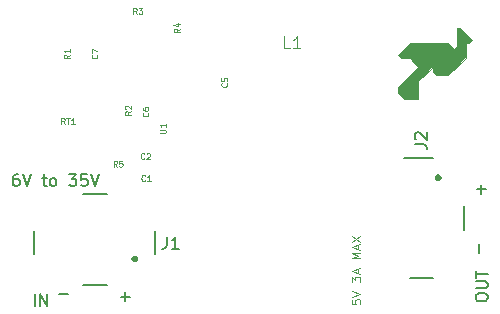
<source format=gbr>
%TF.GenerationSoftware,KiCad,Pcbnew,9.0.2-9.0.2-0~ubuntu22.04.1*%
%TF.CreationDate,2025-06-24T18:02:21-04:00*%
%TF.ProjectId,6-13-2025_BuckConverter,362d3133-2d32-4303-9235-5f4275636b43,rev?*%
%TF.SameCoordinates,Original*%
%TF.FileFunction,Legend,Top*%
%TF.FilePolarity,Positive*%
%FSLAX46Y46*%
G04 Gerber Fmt 4.6, Leading zero omitted, Abs format (unit mm)*
G04 Created by KiCad (PCBNEW 9.0.2-9.0.2-0~ubuntu22.04.1) date 2025-06-24 18:02:21*
%MOMM*%
%LPD*%
G01*
G04 APERTURE LIST*
%ADD10C,0.062500*%
%ADD11C,0.150000*%
%ADD12C,0.100000*%
%ADD13C,0.093750*%
%ADD14C,0.200000*%
%ADD15C,0.400000*%
G04 APERTURE END LIST*
D10*
X141250000Y-53750000D02*
X141000000Y-54000000D01*
X140750000Y-54000000D01*
X140750000Y-55250000D01*
X139250000Y-56750000D01*
X138250000Y-56750000D01*
X138000000Y-56500000D01*
X138000000Y-56250000D01*
X138000000Y-56000000D01*
X136750000Y-57250000D01*
X136750000Y-58750000D01*
X135500000Y-58750000D01*
X135000000Y-58250000D01*
X135000000Y-57750000D01*
X136750000Y-56000000D01*
X136000000Y-55250000D01*
X135250000Y-55250000D01*
X135000000Y-55000000D01*
X136000000Y-54000000D01*
X139250000Y-54000000D01*
X139750000Y-54500000D01*
X140000000Y-54250000D01*
X140000000Y-52750000D01*
X140250000Y-52750000D01*
X141250000Y-53750000D01*
G36*
X141250000Y-53750000D02*
G01*
X141000000Y-54000000D01*
X140750000Y-54000000D01*
X140750000Y-55250000D01*
X139250000Y-56750000D01*
X138250000Y-56750000D01*
X138000000Y-56500000D01*
X138000000Y-56250000D01*
X138000000Y-56000000D01*
X136750000Y-57250000D01*
X136750000Y-58750000D01*
X135500000Y-58750000D01*
X135000000Y-58250000D01*
X135000000Y-57750000D01*
X136750000Y-56000000D01*
X136000000Y-55250000D01*
X135250000Y-55250000D01*
X135000000Y-55000000D01*
X136000000Y-54000000D01*
X139250000Y-54000000D01*
X139750000Y-54500000D01*
X140000000Y-54250000D01*
X140000000Y-52750000D01*
X140250000Y-52750000D01*
X141250000Y-53750000D01*
G37*
D11*
X104271779Y-76244819D02*
X104271779Y-75244819D01*
X104747969Y-76244819D02*
X104747969Y-75244819D01*
X104747969Y-75244819D02*
X105319397Y-76244819D01*
X105319397Y-76244819D02*
X105319397Y-75244819D01*
X141883866Y-71828220D02*
X141883866Y-71066316D01*
X141671779Y-66383866D02*
X142433684Y-66383866D01*
X142052731Y-66764819D02*
X142052731Y-66002914D01*
X106321779Y-75253866D02*
X107083684Y-75253866D01*
X111551779Y-75493866D02*
X112313684Y-75493866D01*
X111932731Y-75874819D02*
X111932731Y-75112914D01*
X141604819Y-75627744D02*
X141604819Y-75437268D01*
X141604819Y-75437268D02*
X141652438Y-75342030D01*
X141652438Y-75342030D02*
X141747676Y-75246792D01*
X141747676Y-75246792D02*
X141938152Y-75199173D01*
X141938152Y-75199173D02*
X142271485Y-75199173D01*
X142271485Y-75199173D02*
X142461961Y-75246792D01*
X142461961Y-75246792D02*
X142557200Y-75342030D01*
X142557200Y-75342030D02*
X142604819Y-75437268D01*
X142604819Y-75437268D02*
X142604819Y-75627744D01*
X142604819Y-75627744D02*
X142557200Y-75722982D01*
X142557200Y-75722982D02*
X142461961Y-75818220D01*
X142461961Y-75818220D02*
X142271485Y-75865839D01*
X142271485Y-75865839D02*
X141938152Y-75865839D01*
X141938152Y-75865839D02*
X141747676Y-75818220D01*
X141747676Y-75818220D02*
X141652438Y-75722982D01*
X141652438Y-75722982D02*
X141604819Y-75627744D01*
X141604819Y-74770601D02*
X142414342Y-74770601D01*
X142414342Y-74770601D02*
X142509580Y-74722982D01*
X142509580Y-74722982D02*
X142557200Y-74675363D01*
X142557200Y-74675363D02*
X142604819Y-74580125D01*
X142604819Y-74580125D02*
X142604819Y-74389649D01*
X142604819Y-74389649D02*
X142557200Y-74294411D01*
X142557200Y-74294411D02*
X142509580Y-74246792D01*
X142509580Y-74246792D02*
X142414342Y-74199173D01*
X142414342Y-74199173D02*
X141604819Y-74199173D01*
X141604819Y-73865839D02*
X141604819Y-73294411D01*
X142604819Y-73580125D02*
X141604819Y-73580125D01*
D12*
X125888333Y-54447419D02*
X125412143Y-54447419D01*
X125412143Y-54447419D02*
X125412143Y-53447419D01*
X126745476Y-54447419D02*
X126174048Y-54447419D01*
X126459762Y-54447419D02*
X126459762Y-53447419D01*
X126459762Y-53447419D02*
X126364524Y-53590276D01*
X126364524Y-53590276D02*
X126269286Y-53685514D01*
X126269286Y-53685514D02*
X126174048Y-53733133D01*
D10*
X112891666Y-51553059D02*
X112725000Y-51314964D01*
X112605952Y-51553059D02*
X112605952Y-51053059D01*
X112605952Y-51053059D02*
X112796428Y-51053059D01*
X112796428Y-51053059D02*
X112844047Y-51076869D01*
X112844047Y-51076869D02*
X112867857Y-51100678D01*
X112867857Y-51100678D02*
X112891666Y-51148297D01*
X112891666Y-51148297D02*
X112891666Y-51219726D01*
X112891666Y-51219726D02*
X112867857Y-51267345D01*
X112867857Y-51267345D02*
X112844047Y-51291154D01*
X112844047Y-51291154D02*
X112796428Y-51314964D01*
X112796428Y-51314964D02*
X112605952Y-51314964D01*
X113058333Y-51053059D02*
X113367857Y-51053059D01*
X113367857Y-51053059D02*
X113201190Y-51243535D01*
X113201190Y-51243535D02*
X113272619Y-51243535D01*
X113272619Y-51243535D02*
X113320238Y-51267345D01*
X113320238Y-51267345D02*
X113344047Y-51291154D01*
X113344047Y-51291154D02*
X113367857Y-51338773D01*
X113367857Y-51338773D02*
X113367857Y-51457821D01*
X113367857Y-51457821D02*
X113344047Y-51505440D01*
X113344047Y-51505440D02*
X113320238Y-51529250D01*
X113320238Y-51529250D02*
X113272619Y-51553059D01*
X113272619Y-51553059D02*
X113129762Y-51553059D01*
X113129762Y-51553059D02*
X113082143Y-51529250D01*
X113082143Y-51529250D02*
X113058333Y-51505440D01*
X116533059Y-52798333D02*
X116294964Y-52964999D01*
X116533059Y-53084047D02*
X116033059Y-53084047D01*
X116033059Y-53084047D02*
X116033059Y-52893571D01*
X116033059Y-52893571D02*
X116056869Y-52845952D01*
X116056869Y-52845952D02*
X116080678Y-52822142D01*
X116080678Y-52822142D02*
X116128297Y-52798333D01*
X116128297Y-52798333D02*
X116199726Y-52798333D01*
X116199726Y-52798333D02*
X116247345Y-52822142D01*
X116247345Y-52822142D02*
X116271154Y-52845952D01*
X116271154Y-52845952D02*
X116294964Y-52893571D01*
X116294964Y-52893571D02*
X116294964Y-53084047D01*
X116199726Y-52369761D02*
X116533059Y-52369761D01*
X116009250Y-52488809D02*
X116366392Y-52607856D01*
X116366392Y-52607856D02*
X116366392Y-52298333D01*
X113845440Y-59918333D02*
X113869250Y-59942142D01*
X113869250Y-59942142D02*
X113893059Y-60013571D01*
X113893059Y-60013571D02*
X113893059Y-60061190D01*
X113893059Y-60061190D02*
X113869250Y-60132618D01*
X113869250Y-60132618D02*
X113821630Y-60180237D01*
X113821630Y-60180237D02*
X113774011Y-60204047D01*
X113774011Y-60204047D02*
X113678773Y-60227856D01*
X113678773Y-60227856D02*
X113607345Y-60227856D01*
X113607345Y-60227856D02*
X113512107Y-60204047D01*
X113512107Y-60204047D02*
X113464488Y-60180237D01*
X113464488Y-60180237D02*
X113416869Y-60132618D01*
X113416869Y-60132618D02*
X113393059Y-60061190D01*
X113393059Y-60061190D02*
X113393059Y-60013571D01*
X113393059Y-60013571D02*
X113416869Y-59942142D01*
X113416869Y-59942142D02*
X113440678Y-59918333D01*
X113393059Y-59489761D02*
X113393059Y-59584999D01*
X113393059Y-59584999D02*
X113416869Y-59632618D01*
X113416869Y-59632618D02*
X113440678Y-59656428D01*
X113440678Y-59656428D02*
X113512107Y-59704047D01*
X113512107Y-59704047D02*
X113607345Y-59727856D01*
X113607345Y-59727856D02*
X113797821Y-59727856D01*
X113797821Y-59727856D02*
X113845440Y-59704047D01*
X113845440Y-59704047D02*
X113869250Y-59680237D01*
X113869250Y-59680237D02*
X113893059Y-59632618D01*
X113893059Y-59632618D02*
X113893059Y-59537380D01*
X113893059Y-59537380D02*
X113869250Y-59489761D01*
X113869250Y-59489761D02*
X113845440Y-59465952D01*
X113845440Y-59465952D02*
X113797821Y-59442142D01*
X113797821Y-59442142D02*
X113678773Y-59442142D01*
X113678773Y-59442142D02*
X113631154Y-59465952D01*
X113631154Y-59465952D02*
X113607345Y-59489761D01*
X113607345Y-59489761D02*
X113583535Y-59537380D01*
X113583535Y-59537380D02*
X113583535Y-59632618D01*
X113583535Y-59632618D02*
X113607345Y-59680237D01*
X113607345Y-59680237D02*
X113631154Y-59704047D01*
X113631154Y-59704047D02*
X113678773Y-59727856D01*
X112413059Y-59798333D02*
X112174964Y-59964999D01*
X112413059Y-60084047D02*
X111913059Y-60084047D01*
X111913059Y-60084047D02*
X111913059Y-59893571D01*
X111913059Y-59893571D02*
X111936869Y-59845952D01*
X111936869Y-59845952D02*
X111960678Y-59822142D01*
X111960678Y-59822142D02*
X112008297Y-59798333D01*
X112008297Y-59798333D02*
X112079726Y-59798333D01*
X112079726Y-59798333D02*
X112127345Y-59822142D01*
X112127345Y-59822142D02*
X112151154Y-59845952D01*
X112151154Y-59845952D02*
X112174964Y-59893571D01*
X112174964Y-59893571D02*
X112174964Y-60084047D01*
X111960678Y-59607856D02*
X111936869Y-59584047D01*
X111936869Y-59584047D02*
X111913059Y-59536428D01*
X111913059Y-59536428D02*
X111913059Y-59417380D01*
X111913059Y-59417380D02*
X111936869Y-59369761D01*
X111936869Y-59369761D02*
X111960678Y-59345952D01*
X111960678Y-59345952D02*
X112008297Y-59322142D01*
X112008297Y-59322142D02*
X112055916Y-59322142D01*
X112055916Y-59322142D02*
X112127345Y-59345952D01*
X112127345Y-59345952D02*
X112413059Y-59631666D01*
X112413059Y-59631666D02*
X112413059Y-59322142D01*
D11*
X136454819Y-62583333D02*
X137169104Y-62583333D01*
X137169104Y-62583333D02*
X137311961Y-62630952D01*
X137311961Y-62630952D02*
X137407200Y-62726190D01*
X137407200Y-62726190D02*
X137454819Y-62869047D01*
X137454819Y-62869047D02*
X137454819Y-62964285D01*
X136550057Y-62154761D02*
X136502438Y-62107142D01*
X136502438Y-62107142D02*
X136454819Y-62011904D01*
X136454819Y-62011904D02*
X136454819Y-61773809D01*
X136454819Y-61773809D02*
X136502438Y-61678571D01*
X136502438Y-61678571D02*
X136550057Y-61630952D01*
X136550057Y-61630952D02*
X136645295Y-61583333D01*
X136645295Y-61583333D02*
X136740533Y-61583333D01*
X136740533Y-61583333D02*
X136883390Y-61630952D01*
X136883390Y-61630952D02*
X137454819Y-62202380D01*
X137454819Y-62202380D02*
X137454819Y-61583333D01*
D13*
X131092089Y-75750000D02*
X131092089Y-76107143D01*
X131092089Y-76107143D02*
X131449232Y-76142857D01*
X131449232Y-76142857D02*
X131413517Y-76107143D01*
X131413517Y-76107143D02*
X131377803Y-76035715D01*
X131377803Y-76035715D02*
X131377803Y-75857143D01*
X131377803Y-75857143D02*
X131413517Y-75785715D01*
X131413517Y-75785715D02*
X131449232Y-75750000D01*
X131449232Y-75750000D02*
X131520660Y-75714286D01*
X131520660Y-75714286D02*
X131699232Y-75714286D01*
X131699232Y-75714286D02*
X131770660Y-75750000D01*
X131770660Y-75750000D02*
X131806375Y-75785715D01*
X131806375Y-75785715D02*
X131842089Y-75857143D01*
X131842089Y-75857143D02*
X131842089Y-76035715D01*
X131842089Y-76035715D02*
X131806375Y-76107143D01*
X131806375Y-76107143D02*
X131770660Y-76142857D01*
X131092089Y-75500000D02*
X131842089Y-75250000D01*
X131842089Y-75250000D02*
X131092089Y-75000000D01*
X131092089Y-74250000D02*
X131092089Y-73785714D01*
X131092089Y-73785714D02*
X131377803Y-74035714D01*
X131377803Y-74035714D02*
X131377803Y-73928571D01*
X131377803Y-73928571D02*
X131413517Y-73857143D01*
X131413517Y-73857143D02*
X131449232Y-73821428D01*
X131449232Y-73821428D02*
X131520660Y-73785714D01*
X131520660Y-73785714D02*
X131699232Y-73785714D01*
X131699232Y-73785714D02*
X131770660Y-73821428D01*
X131770660Y-73821428D02*
X131806375Y-73857143D01*
X131806375Y-73857143D02*
X131842089Y-73928571D01*
X131842089Y-73928571D02*
X131842089Y-74142857D01*
X131842089Y-74142857D02*
X131806375Y-74214285D01*
X131806375Y-74214285D02*
X131770660Y-74250000D01*
X131627803Y-73499999D02*
X131627803Y-73142857D01*
X131842089Y-73571428D02*
X131092089Y-73321428D01*
X131092089Y-73321428D02*
X131842089Y-73071428D01*
X131842089Y-72249999D02*
X131092089Y-72249999D01*
X131092089Y-72249999D02*
X131627803Y-71999999D01*
X131627803Y-71999999D02*
X131092089Y-71749999D01*
X131092089Y-71749999D02*
X131842089Y-71749999D01*
X131627803Y-71428570D02*
X131627803Y-71071428D01*
X131842089Y-71499999D02*
X131092089Y-71249999D01*
X131092089Y-71249999D02*
X131842089Y-70999999D01*
X131092089Y-70821428D02*
X131842089Y-70321428D01*
X131092089Y-70321428D02*
X131842089Y-70821428D01*
D11*
X115451666Y-70429819D02*
X115451666Y-71144104D01*
X115451666Y-71144104D02*
X115404047Y-71286961D01*
X115404047Y-71286961D02*
X115308809Y-71382200D01*
X115308809Y-71382200D02*
X115165952Y-71429819D01*
X115165952Y-71429819D02*
X115070714Y-71429819D01*
X116451666Y-71429819D02*
X115880238Y-71429819D01*
X116165952Y-71429819D02*
X116165952Y-70429819D01*
X116165952Y-70429819D02*
X116070714Y-70572676D01*
X116070714Y-70572676D02*
X115975476Y-70667914D01*
X115975476Y-70667914D02*
X115880238Y-70715533D01*
X102885951Y-65119819D02*
X102695475Y-65119819D01*
X102695475Y-65119819D02*
X102600237Y-65167438D01*
X102600237Y-65167438D02*
X102552618Y-65215057D01*
X102552618Y-65215057D02*
X102457380Y-65357914D01*
X102457380Y-65357914D02*
X102409761Y-65548390D01*
X102409761Y-65548390D02*
X102409761Y-65929342D01*
X102409761Y-65929342D02*
X102457380Y-66024580D01*
X102457380Y-66024580D02*
X102504999Y-66072200D01*
X102504999Y-66072200D02*
X102600237Y-66119819D01*
X102600237Y-66119819D02*
X102790713Y-66119819D01*
X102790713Y-66119819D02*
X102885951Y-66072200D01*
X102885951Y-66072200D02*
X102933570Y-66024580D01*
X102933570Y-66024580D02*
X102981189Y-65929342D01*
X102981189Y-65929342D02*
X102981189Y-65691247D01*
X102981189Y-65691247D02*
X102933570Y-65596009D01*
X102933570Y-65596009D02*
X102885951Y-65548390D01*
X102885951Y-65548390D02*
X102790713Y-65500771D01*
X102790713Y-65500771D02*
X102600237Y-65500771D01*
X102600237Y-65500771D02*
X102504999Y-65548390D01*
X102504999Y-65548390D02*
X102457380Y-65596009D01*
X102457380Y-65596009D02*
X102409761Y-65691247D01*
X103266904Y-65119819D02*
X103600237Y-66119819D01*
X103600237Y-66119819D02*
X103933570Y-65119819D01*
X104885952Y-65453152D02*
X105266904Y-65453152D01*
X105028809Y-65119819D02*
X105028809Y-65976961D01*
X105028809Y-65976961D02*
X105076428Y-66072200D01*
X105076428Y-66072200D02*
X105171666Y-66119819D01*
X105171666Y-66119819D02*
X105266904Y-66119819D01*
X105743095Y-66119819D02*
X105647857Y-66072200D01*
X105647857Y-66072200D02*
X105600238Y-66024580D01*
X105600238Y-66024580D02*
X105552619Y-65929342D01*
X105552619Y-65929342D02*
X105552619Y-65643628D01*
X105552619Y-65643628D02*
X105600238Y-65548390D01*
X105600238Y-65548390D02*
X105647857Y-65500771D01*
X105647857Y-65500771D02*
X105743095Y-65453152D01*
X105743095Y-65453152D02*
X105885952Y-65453152D01*
X105885952Y-65453152D02*
X105981190Y-65500771D01*
X105981190Y-65500771D02*
X106028809Y-65548390D01*
X106028809Y-65548390D02*
X106076428Y-65643628D01*
X106076428Y-65643628D02*
X106076428Y-65929342D01*
X106076428Y-65929342D02*
X106028809Y-66024580D01*
X106028809Y-66024580D02*
X105981190Y-66072200D01*
X105981190Y-66072200D02*
X105885952Y-66119819D01*
X105885952Y-66119819D02*
X105743095Y-66119819D01*
X107171667Y-65119819D02*
X107790714Y-65119819D01*
X107790714Y-65119819D02*
X107457381Y-65500771D01*
X107457381Y-65500771D02*
X107600238Y-65500771D01*
X107600238Y-65500771D02*
X107695476Y-65548390D01*
X107695476Y-65548390D02*
X107743095Y-65596009D01*
X107743095Y-65596009D02*
X107790714Y-65691247D01*
X107790714Y-65691247D02*
X107790714Y-65929342D01*
X107790714Y-65929342D02*
X107743095Y-66024580D01*
X107743095Y-66024580D02*
X107695476Y-66072200D01*
X107695476Y-66072200D02*
X107600238Y-66119819D01*
X107600238Y-66119819D02*
X107314524Y-66119819D01*
X107314524Y-66119819D02*
X107219286Y-66072200D01*
X107219286Y-66072200D02*
X107171667Y-66024580D01*
X108695476Y-65119819D02*
X108219286Y-65119819D01*
X108219286Y-65119819D02*
X108171667Y-65596009D01*
X108171667Y-65596009D02*
X108219286Y-65548390D01*
X108219286Y-65548390D02*
X108314524Y-65500771D01*
X108314524Y-65500771D02*
X108552619Y-65500771D01*
X108552619Y-65500771D02*
X108647857Y-65548390D01*
X108647857Y-65548390D02*
X108695476Y-65596009D01*
X108695476Y-65596009D02*
X108743095Y-65691247D01*
X108743095Y-65691247D02*
X108743095Y-65929342D01*
X108743095Y-65929342D02*
X108695476Y-66024580D01*
X108695476Y-66024580D02*
X108647857Y-66072200D01*
X108647857Y-66072200D02*
X108552619Y-66119819D01*
X108552619Y-66119819D02*
X108314524Y-66119819D01*
X108314524Y-66119819D02*
X108219286Y-66072200D01*
X108219286Y-66072200D02*
X108171667Y-66024580D01*
X109028810Y-65119819D02*
X109362143Y-66119819D01*
X109362143Y-66119819D02*
X109695476Y-65119819D01*
D10*
X109525440Y-54988333D02*
X109549250Y-55012142D01*
X109549250Y-55012142D02*
X109573059Y-55083571D01*
X109573059Y-55083571D02*
X109573059Y-55131190D01*
X109573059Y-55131190D02*
X109549250Y-55202618D01*
X109549250Y-55202618D02*
X109501630Y-55250237D01*
X109501630Y-55250237D02*
X109454011Y-55274047D01*
X109454011Y-55274047D02*
X109358773Y-55297856D01*
X109358773Y-55297856D02*
X109287345Y-55297856D01*
X109287345Y-55297856D02*
X109192107Y-55274047D01*
X109192107Y-55274047D02*
X109144488Y-55250237D01*
X109144488Y-55250237D02*
X109096869Y-55202618D01*
X109096869Y-55202618D02*
X109073059Y-55131190D01*
X109073059Y-55131190D02*
X109073059Y-55083571D01*
X109073059Y-55083571D02*
X109096869Y-55012142D01*
X109096869Y-55012142D02*
X109120678Y-54988333D01*
X109073059Y-54821666D02*
X109073059Y-54488333D01*
X109073059Y-54488333D02*
X109573059Y-54702618D01*
X107213059Y-54988333D02*
X106974964Y-55154999D01*
X107213059Y-55274047D02*
X106713059Y-55274047D01*
X106713059Y-55274047D02*
X106713059Y-55083571D01*
X106713059Y-55083571D02*
X106736869Y-55035952D01*
X106736869Y-55035952D02*
X106760678Y-55012142D01*
X106760678Y-55012142D02*
X106808297Y-54988333D01*
X106808297Y-54988333D02*
X106879726Y-54988333D01*
X106879726Y-54988333D02*
X106927345Y-55012142D01*
X106927345Y-55012142D02*
X106951154Y-55035952D01*
X106951154Y-55035952D02*
X106974964Y-55083571D01*
X106974964Y-55083571D02*
X106974964Y-55274047D01*
X107213059Y-54512142D02*
X107213059Y-54797856D01*
X107213059Y-54654999D02*
X106713059Y-54654999D01*
X106713059Y-54654999D02*
X106784488Y-54702618D01*
X106784488Y-54702618D02*
X106832107Y-54750237D01*
X106832107Y-54750237D02*
X106855916Y-54797856D01*
X106791190Y-60873059D02*
X106624524Y-60634964D01*
X106505476Y-60873059D02*
X106505476Y-60373059D01*
X106505476Y-60373059D02*
X106695952Y-60373059D01*
X106695952Y-60373059D02*
X106743571Y-60396869D01*
X106743571Y-60396869D02*
X106767381Y-60420678D01*
X106767381Y-60420678D02*
X106791190Y-60468297D01*
X106791190Y-60468297D02*
X106791190Y-60539726D01*
X106791190Y-60539726D02*
X106767381Y-60587345D01*
X106767381Y-60587345D02*
X106743571Y-60611154D01*
X106743571Y-60611154D02*
X106695952Y-60634964D01*
X106695952Y-60634964D02*
X106505476Y-60634964D01*
X106934048Y-60373059D02*
X107219762Y-60373059D01*
X107076905Y-60873059D02*
X107076905Y-60373059D01*
X107648333Y-60873059D02*
X107362619Y-60873059D01*
X107505476Y-60873059D02*
X107505476Y-60373059D01*
X107505476Y-60373059D02*
X107457857Y-60444488D01*
X107457857Y-60444488D02*
X107410238Y-60492107D01*
X107410238Y-60492107D02*
X107362619Y-60515916D01*
X111221666Y-64473059D02*
X111055000Y-64234964D01*
X110935952Y-64473059D02*
X110935952Y-63973059D01*
X110935952Y-63973059D02*
X111126428Y-63973059D01*
X111126428Y-63973059D02*
X111174047Y-63996869D01*
X111174047Y-63996869D02*
X111197857Y-64020678D01*
X111197857Y-64020678D02*
X111221666Y-64068297D01*
X111221666Y-64068297D02*
X111221666Y-64139726D01*
X111221666Y-64139726D02*
X111197857Y-64187345D01*
X111197857Y-64187345D02*
X111174047Y-64211154D01*
X111174047Y-64211154D02*
X111126428Y-64234964D01*
X111126428Y-64234964D02*
X110935952Y-64234964D01*
X111674047Y-63973059D02*
X111435952Y-63973059D01*
X111435952Y-63973059D02*
X111412143Y-64211154D01*
X111412143Y-64211154D02*
X111435952Y-64187345D01*
X111435952Y-64187345D02*
X111483571Y-64163535D01*
X111483571Y-64163535D02*
X111602619Y-64163535D01*
X111602619Y-64163535D02*
X111650238Y-64187345D01*
X111650238Y-64187345D02*
X111674047Y-64211154D01*
X111674047Y-64211154D02*
X111697857Y-64258773D01*
X111697857Y-64258773D02*
X111697857Y-64377821D01*
X111697857Y-64377821D02*
X111674047Y-64425440D01*
X111674047Y-64425440D02*
X111650238Y-64449250D01*
X111650238Y-64449250D02*
X111602619Y-64473059D01*
X111602619Y-64473059D02*
X111483571Y-64473059D01*
X111483571Y-64473059D02*
X111435952Y-64449250D01*
X111435952Y-64449250D02*
X111412143Y-64425440D01*
X113591666Y-65645440D02*
X113567857Y-65669250D01*
X113567857Y-65669250D02*
X113496428Y-65693059D01*
X113496428Y-65693059D02*
X113448809Y-65693059D01*
X113448809Y-65693059D02*
X113377381Y-65669250D01*
X113377381Y-65669250D02*
X113329762Y-65621630D01*
X113329762Y-65621630D02*
X113305952Y-65574011D01*
X113305952Y-65574011D02*
X113282143Y-65478773D01*
X113282143Y-65478773D02*
X113282143Y-65407345D01*
X113282143Y-65407345D02*
X113305952Y-65312107D01*
X113305952Y-65312107D02*
X113329762Y-65264488D01*
X113329762Y-65264488D02*
X113377381Y-65216869D01*
X113377381Y-65216869D02*
X113448809Y-65193059D01*
X113448809Y-65193059D02*
X113496428Y-65193059D01*
X113496428Y-65193059D02*
X113567857Y-65216869D01*
X113567857Y-65216869D02*
X113591666Y-65240678D01*
X114067857Y-65693059D02*
X113782143Y-65693059D01*
X113925000Y-65693059D02*
X113925000Y-65193059D01*
X113925000Y-65193059D02*
X113877381Y-65264488D01*
X113877381Y-65264488D02*
X113829762Y-65312107D01*
X113829762Y-65312107D02*
X113782143Y-65335916D01*
X113551666Y-63775440D02*
X113527857Y-63799250D01*
X113527857Y-63799250D02*
X113456428Y-63823059D01*
X113456428Y-63823059D02*
X113408809Y-63823059D01*
X113408809Y-63823059D02*
X113337381Y-63799250D01*
X113337381Y-63799250D02*
X113289762Y-63751630D01*
X113289762Y-63751630D02*
X113265952Y-63704011D01*
X113265952Y-63704011D02*
X113242143Y-63608773D01*
X113242143Y-63608773D02*
X113242143Y-63537345D01*
X113242143Y-63537345D02*
X113265952Y-63442107D01*
X113265952Y-63442107D02*
X113289762Y-63394488D01*
X113289762Y-63394488D02*
X113337381Y-63346869D01*
X113337381Y-63346869D02*
X113408809Y-63323059D01*
X113408809Y-63323059D02*
X113456428Y-63323059D01*
X113456428Y-63323059D02*
X113527857Y-63346869D01*
X113527857Y-63346869D02*
X113551666Y-63370678D01*
X113742143Y-63370678D02*
X113765952Y-63346869D01*
X113765952Y-63346869D02*
X113813571Y-63323059D01*
X113813571Y-63323059D02*
X113932619Y-63323059D01*
X113932619Y-63323059D02*
X113980238Y-63346869D01*
X113980238Y-63346869D02*
X114004047Y-63370678D01*
X114004047Y-63370678D02*
X114027857Y-63418297D01*
X114027857Y-63418297D02*
X114027857Y-63465916D01*
X114027857Y-63465916D02*
X114004047Y-63537345D01*
X114004047Y-63537345D02*
X113718333Y-63823059D01*
X113718333Y-63823059D02*
X114027857Y-63823059D01*
X114853059Y-61635952D02*
X115257821Y-61635952D01*
X115257821Y-61635952D02*
X115305440Y-61612142D01*
X115305440Y-61612142D02*
X115329250Y-61588333D01*
X115329250Y-61588333D02*
X115353059Y-61540714D01*
X115353059Y-61540714D02*
X115353059Y-61445476D01*
X115353059Y-61445476D02*
X115329250Y-61397857D01*
X115329250Y-61397857D02*
X115305440Y-61374047D01*
X115305440Y-61374047D02*
X115257821Y-61350238D01*
X115257821Y-61350238D02*
X114853059Y-61350238D01*
X115353059Y-60850237D02*
X115353059Y-61135951D01*
X115353059Y-60993094D02*
X114853059Y-60993094D01*
X114853059Y-60993094D02*
X114924488Y-61040713D01*
X114924488Y-61040713D02*
X114972107Y-61088332D01*
X114972107Y-61088332D02*
X114995916Y-61135951D01*
X120525440Y-57408333D02*
X120549250Y-57432142D01*
X120549250Y-57432142D02*
X120573059Y-57503571D01*
X120573059Y-57503571D02*
X120573059Y-57551190D01*
X120573059Y-57551190D02*
X120549250Y-57622618D01*
X120549250Y-57622618D02*
X120501630Y-57670237D01*
X120501630Y-57670237D02*
X120454011Y-57694047D01*
X120454011Y-57694047D02*
X120358773Y-57717856D01*
X120358773Y-57717856D02*
X120287345Y-57717856D01*
X120287345Y-57717856D02*
X120192107Y-57694047D01*
X120192107Y-57694047D02*
X120144488Y-57670237D01*
X120144488Y-57670237D02*
X120096869Y-57622618D01*
X120096869Y-57622618D02*
X120073059Y-57551190D01*
X120073059Y-57551190D02*
X120073059Y-57503571D01*
X120073059Y-57503571D02*
X120096869Y-57432142D01*
X120096869Y-57432142D02*
X120120678Y-57408333D01*
X120073059Y-56955952D02*
X120073059Y-57194047D01*
X120073059Y-57194047D02*
X120311154Y-57217856D01*
X120311154Y-57217856D02*
X120287345Y-57194047D01*
X120287345Y-57194047D02*
X120263535Y-57146428D01*
X120263535Y-57146428D02*
X120263535Y-57027380D01*
X120263535Y-57027380D02*
X120287345Y-56979761D01*
X120287345Y-56979761D02*
X120311154Y-56955952D01*
X120311154Y-56955952D02*
X120358773Y-56932142D01*
X120358773Y-56932142D02*
X120477821Y-56932142D01*
X120477821Y-56932142D02*
X120525440Y-56955952D01*
X120525440Y-56955952D02*
X120549250Y-56979761D01*
X120549250Y-56979761D02*
X120573059Y-57027380D01*
X120573059Y-57027380D02*
X120573059Y-57146428D01*
X120573059Y-57146428D02*
X120549250Y-57194047D01*
X120549250Y-57194047D02*
X120525440Y-57217856D01*
D14*
%TO.C,J2*%
X140625000Y-67815000D02*
X140625000Y-69815000D01*
X135525000Y-63715000D02*
X138025000Y-63715000D01*
X138025000Y-73915000D02*
X136025000Y-73915000D01*
D15*
X138525000Y-65415000D02*
G75*
G02*
X138325000Y-65415000I-100000J0D01*
G01*
X138325000Y-65415000D02*
G75*
G02*
X138525000Y-65415000I100000J0D01*
G01*
D14*
%TO.C,J1*%
X110345000Y-74505000D02*
X108345000Y-74505000D01*
X114445000Y-69905000D02*
X114445000Y-71905000D01*
X104245000Y-71905000D02*
X104245000Y-69905000D01*
X108345000Y-66805000D02*
X110345000Y-66805000D01*
D15*
X112845000Y-72305000D02*
G75*
G02*
X112645000Y-72305000I-100000J0D01*
G01*
X112645000Y-72305000D02*
G75*
G02*
X112845000Y-72305000I100000J0D01*
G01*
%TD*%
M02*

</source>
